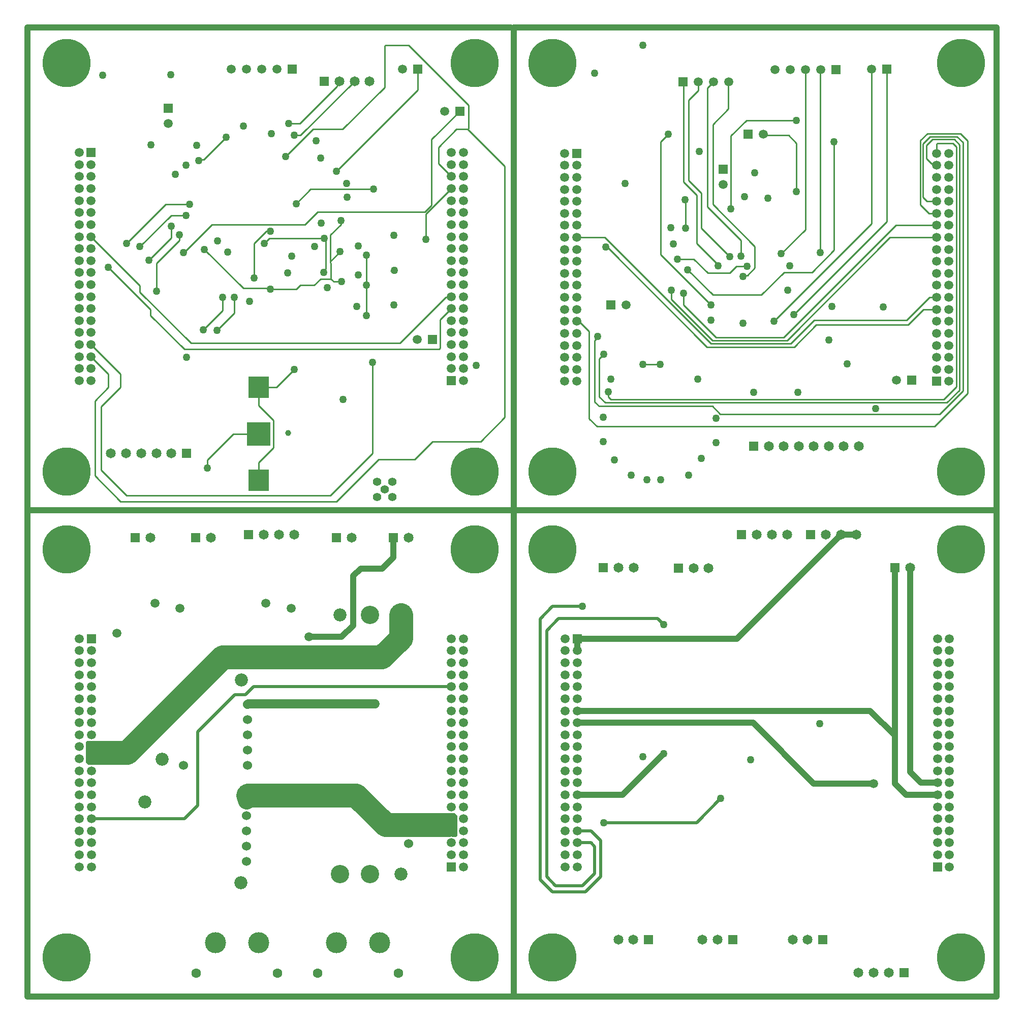
<source format=gbl>
G04*
G04 #@! TF.GenerationSoftware,Altium Limited,Altium Designer,20.0.10 (225)*
G04*
G04 Layer_Physical_Order=4*
G04 Layer_Color=16711680*
%FSLAX25Y25*%
%MOIN*%
G70*
G01*
G75*
%ADD27C,0.01968*%
%ADD28C,0.01000*%
%ADD36C,0.03937*%
%ADD38C,0.05906*%
%ADD43C,0.15748*%
%ADD45C,0.05906*%
%ADD46R,0.05906X0.05906*%
%ADD47R,0.06496X0.06496*%
%ADD48C,0.06496*%
%ADD49C,0.03937*%
%ADD50R,0.05906X0.05906*%
%ADD51C,0.05512*%
%ADD52C,0.05000*%
%ADD53C,0.31496*%
%ADD54C,0.13780*%
%ADD55C,0.06000*%
%ADD56C,0.12000*%
%ADD57C,0.06299*%
%ADD58C,0.08600*%
%ADD59C,0.11811*%
%ADD60R,0.15748X0.15748*%
%ADD61R,0.13780X0.14173*%
G36*
X41559Y167815D02*
X41878Y167773D01*
X42197Y167815D01*
X60027Y167815D01*
X61012Y166831D01*
Y154232D01*
X58945Y152165D01*
X40047D01*
X38386Y153826D01*
Y166929D01*
X39272Y167815D01*
X41559D01*
D02*
G37*
G36*
X282185Y118713D02*
Y117827D01*
X282121Y117674D01*
X281986Y116642D01*
X282121Y115610D01*
X282185Y115456D01*
Y109953D01*
X282121Y109800D01*
X281986Y108768D01*
X282121Y107736D01*
X282185Y107582D01*
Y105610D01*
X281299Y104724D01*
X279179D01*
X279130Y104745D01*
X278098Y104881D01*
X277066Y104745D01*
X277017Y104724D01*
X260543Y104724D01*
X259559Y105709D01*
Y118307D01*
X261626Y120374D01*
X280524D01*
X282185Y118713D01*
D02*
G37*
D27*
X377953Y114173D02*
X438976D01*
X454724Y129921D01*
X346457Y72835D02*
X364173D01*
X369579Y100894D02*
X372047Y98425D01*
X360736Y100894D02*
X369579D01*
X372047Y80709D02*
Y98425D01*
X364173Y72835D02*
X372047Y80709D01*
X375984Y78740D02*
Y102362D01*
X360736Y108768D02*
X369579D01*
X344488Y68659D02*
X365903D01*
X369579Y108768D02*
X375984Y102362D01*
X365903Y68659D02*
X375984Y78740D01*
X336375Y247793D02*
X344488Y255906D01*
X364173D01*
X336375Y76772D02*
Y247793D01*
X413386Y248031D02*
X417323Y244094D01*
X348425Y248031D02*
X413386D01*
X340551Y78740D02*
Y240158D01*
Y78740D02*
X346457Y72835D01*
X340551Y240158D02*
X348425Y248031D01*
X336375Y76772D02*
X344488Y68659D01*
X41878Y116642D02*
X103059D01*
X111811Y125394D01*
Y173622D02*
X136122Y197933D01*
X111811Y125394D02*
Y173622D01*
X136122Y197933D02*
X143012D01*
X148327Y203248D02*
X266831D01*
X143012Y197933D02*
X148327Y203248D01*
X266839Y203256D02*
X278098D01*
X266831Y203248D02*
X266839Y203256D01*
D28*
X41839Y427665D02*
X61024Y408480D01*
X41839Y419791D02*
X53150Y408480D01*
X44265Y341562D02*
X61024Y324803D01*
X44265Y390722D02*
X53150Y399606D01*
X44265Y341562D02*
Y390722D01*
X48303Y345398D02*
Y386885D01*
X53150Y399606D02*
Y408480D01*
X61024Y324803D02*
X202756D01*
X230315Y352362D01*
X253937D01*
X265748Y364173D01*
X297244D01*
X312992Y379921D01*
Y544690D01*
X288784Y568898D02*
X312992Y544690D01*
X61024Y399606D02*
Y408480D01*
X48303Y386885D02*
X61024Y399606D01*
X48303Y345398D02*
X64961Y328740D01*
X198819D01*
X226454Y356376D01*
Y415926D01*
X187321Y568898D02*
X206693D01*
X169310Y550887D02*
X187321Y568898D01*
X206693D02*
X234252Y596457D01*
Y623430D01*
X234838Y624016D01*
X250000D01*
X289370Y584646D01*
Y569483D02*
Y584646D01*
X288784Y568898D02*
X289370Y569483D01*
X281496Y568898D02*
X288784D01*
X269685Y557087D02*
X281496Y568898D01*
X269685Y546276D02*
Y557087D01*
Y546276D02*
X278059Y537902D01*
X118029Y352082D02*
X135120Y369172D01*
X118029Y346655D02*
Y352082D01*
X244324Y428632D02*
X274308Y458615D01*
X73847Y462172D02*
X107387Y428632D01*
X244324D01*
X261253Y496686D02*
Y513222D01*
X278059Y530028D01*
X199151Y470408D02*
Y481097D01*
X205644Y506502D02*
Y509070D01*
X198819Y481428D02*
X199151Y481097D01*
X198819Y481428D02*
Y482283D01*
X265189Y519128D02*
Y562275D01*
X190422Y514723D02*
X260783D01*
X265189Y519128D01*
Y562275D02*
X283622Y580709D01*
X277513Y458615D02*
X278059Y459161D01*
X274308Y458615D02*
X277513D01*
X84646Y462598D02*
Y481066D01*
X99546Y495967D02*
Y499839D01*
X84646Y481066D02*
X99546Y495967D01*
X102751Y488146D02*
X121063Y506458D01*
X182158D01*
X102356Y488146D02*
X102751D01*
X94308Y497842D02*
Y505534D01*
X79595Y483129D02*
X94308Y497842D01*
X94371Y512487D02*
X103897D01*
X73762Y491878D02*
X94371Y512487D01*
X115831Y549128D02*
X130336Y563633D01*
X112970Y549128D02*
X115831D01*
X155512Y494095D02*
X158832Y497415D01*
X194750D02*
X194763Y497402D01*
X158832Y497415D02*
X194750D01*
X182158Y506458D02*
X190422Y514723D01*
X194404Y474983D02*
Y476065D01*
X195768Y477429D01*
Y495314D01*
X194763Y496319D02*
X195768Y495314D01*
X194763Y496319D02*
Y497402D01*
X135120Y369172D02*
X151575D01*
X200883Y469043D02*
X206042D01*
X199151Y470775D02*
X200883Y469043D01*
X192412Y470775D02*
X199151D01*
X188172Y466535D02*
X192412Y470775D01*
X179134Y466535D02*
X188172D01*
X80709Y446850D02*
X102904Y424655D01*
X270199D01*
X270785Y425241D01*
Y444013D01*
X80709Y446850D02*
Y450787D01*
X53150Y478346D02*
X80709Y450787D01*
X270785Y444013D02*
X278059Y451287D01*
X198819Y499677D02*
X205644Y506502D01*
X238797Y476452D02*
X240583D01*
X238453Y476109D02*
X238797Y476452D01*
X198819Y482283D02*
X205021Y488486D01*
Y488662D01*
X124428Y436917D02*
X135827Y448316D01*
Y458661D01*
X115420Y437346D02*
X127953Y449878D01*
Y458661D01*
X178856Y572835D02*
X203192Y597171D01*
X171260Y572835D02*
X178856D01*
X179134Y564961D02*
X214567Y600394D01*
X175197Y564961D02*
X179134D01*
X204685Y598907D02*
Y600394D01*
X203192Y597414D02*
X204685Y598907D01*
X203192Y597171D02*
Y597414D01*
X214567Y600394D02*
X214567D01*
X256063Y594646D02*
Y608268D01*
X202756Y541339D02*
X256063Y594646D01*
X90579Y519713D02*
X106325D01*
X64961Y494095D02*
X90579Y519713D01*
X73847Y462172D02*
Y466523D01*
X161251Y360179D02*
Y378022D01*
X151575Y387698D02*
X161251Y378022D01*
X151575Y387698D02*
Y399684D01*
Y338660D02*
Y350503D01*
X161251Y360179D01*
X148622Y493997D02*
X156594Y501968D01*
X148622Y471457D02*
Y493997D01*
X156594Y501968D02*
X159449D01*
X41839Y498531D02*
X73847Y466523D01*
X159329Y463923D02*
X176521D01*
X179134Y466535D01*
X176226Y519943D02*
X185839Y529555D01*
X141611Y464688D02*
X158564D01*
X116142Y490158D02*
X141611Y464688D01*
X222441Y466535D02*
Y486221D01*
Y446850D02*
Y466535D01*
X185839Y529555D02*
X226996D01*
X112205Y548362D02*
X112970Y549128D01*
X158564Y464688D02*
X159329Y463923D01*
X198819Y482283D02*
Y499677D01*
X151575Y399684D02*
X163463D01*
X175197Y411417D01*
X381102Y393307D02*
X382677Y391732D01*
X381102Y393307D02*
Y396850D01*
X375197Y418504D02*
X377953Y421260D01*
X375197Y393307D02*
Y418504D01*
X378953Y389551D02*
X382283D01*
X375197Y393307D02*
X378953Y389551D01*
X374016Y432454D02*
Y433071D01*
X372047Y430485D02*
X374016Y432454D01*
X372047Y390158D02*
Y430485D01*
Y390158D02*
X374957Y387248D01*
X381102D01*
X360236Y442913D02*
X361564D01*
X362925Y441552D01*
X363172D01*
X368504Y436221D01*
Y379134D02*
Y436221D01*
Y379134D02*
X373622Y374016D01*
X607874Y562205D02*
X611417Y558661D01*
X593701Y562205D02*
X607874D01*
X589764Y558268D02*
X593701Y562205D01*
X589764Y549606D02*
Y558268D01*
X595518Y546214D02*
X596457Y545276D01*
X593156Y546214D02*
X595518D01*
X589764Y549606D02*
X593156Y546214D01*
X603103Y389551D02*
X611236Y397685D01*
Y398425D01*
X611417Y558661D02*
X611417Y398606D01*
X382283Y389551D02*
X603103Y389551D01*
X611236Y398425D02*
X611417Y398606D01*
X597043Y559842D02*
X607087D01*
X596457Y553150D02*
Y559257D01*
X597043Y559842D01*
X609449Y400000D02*
Y557480D01*
X607087Y559842D02*
X609449Y557480D01*
X382677Y391732D02*
X601181Y391732D01*
X609449Y400000D01*
X598512Y381976D02*
X613779Y397244D01*
X454482Y381976D02*
X598512D01*
X590236Y566064D02*
X611889D01*
X616535Y561417D01*
Y395669D02*
Y561417D01*
X613779Y397244D02*
Y560236D01*
X609842Y564173D02*
X613779Y560236D01*
X592126Y564173D02*
X609842D01*
X585827Y519291D02*
Y561655D01*
X591339Y513779D02*
X596457D01*
X585827Y519291D02*
X591339Y513779D01*
X587402Y524409D02*
Y559449D01*
X590158Y521654D02*
X596457D01*
X587402Y524409D02*
X590158Y521654D01*
X585827Y561655D02*
X590236Y566064D01*
X587402Y559449D02*
X592126Y564173D01*
X373622Y374016D02*
X594882Y374016D01*
X381102Y387248D02*
X449211Y387248D01*
X594882Y374016D02*
X616535Y395669D01*
X449211Y387248D02*
X454482Y381976D01*
X403543Y414567D02*
X414961D01*
X360236Y498032D02*
X378740D01*
X448425Y428346D01*
X500787D01*
X449425Y430496D02*
X498213D01*
X422441Y457480D02*
Y463386D01*
Y457480D02*
X449425Y430496D01*
X445866Y426181D02*
X502953D01*
X379409Y491613D02*
X380434D01*
X445866Y426181D01*
X500787Y428346D02*
X516142Y443701D01*
X502953Y426181D02*
X517323Y440551D01*
X516142Y443701D02*
X576772D01*
X591732Y458661D01*
X596457D01*
X577559Y440551D02*
X587795Y450787D01*
X596457D01*
X517323Y440551D02*
X577559D01*
X595941Y458146D02*
X596457Y458661D01*
X565748Y498032D02*
X596457D01*
X569685Y505905D02*
X596457D01*
X482677Y565748D02*
X483465Y564961D01*
X499213D01*
X504331Y548032D02*
Y559842D01*
X499213Y564961D02*
X504331Y559842D01*
X461417Y516535D02*
Y564567D01*
X471654Y574803D02*
X504331D01*
X461417Y564567D02*
X471654Y574803D01*
X504331Y527953D02*
Y548032D01*
X449606Y460236D02*
X481496D01*
X433071Y476772D02*
X449606Y460236D01*
X437177Y483858D02*
X446232Y474803D01*
X426378Y483858D02*
X437177D01*
X451575Y432283D02*
X496063D01*
X430315Y453543D02*
Y461417D01*
Y453543D02*
X451575Y432283D01*
X498213Y430496D02*
X565748Y498032D01*
X529134Y489764D02*
Y560630D01*
X489764Y442913D02*
X553780Y506929D01*
X502756Y447244D02*
X563779Y508268D01*
X489764Y442913D02*
X490529Y443679D01*
X553780Y506929D02*
Y608268D01*
X514567Y475197D02*
X529134Y489764D01*
X563779Y508268D02*
Y608268D01*
X496063Y432283D02*
X569685Y505905D01*
X496457Y475197D02*
X514567D01*
X520079Y488189D02*
Y607717D01*
X415354Y486811D02*
X448425Y453740D01*
X494488Y487402D02*
X510236Y503150D01*
Y607874D01*
X520079Y607717D02*
X520236Y607874D01*
X446232Y474803D02*
X460630D01*
X464961Y479134D01*
X472047D01*
X438976Y494095D02*
X453150Y479921D01*
Y479331D02*
Y479921D01*
X477165Y477953D02*
Y492126D01*
X469291Y472441D02*
X469939Y473088D01*
X472301D01*
X477165Y477953D01*
X449606Y519685D02*
X477165Y492126D01*
X442126Y503937D02*
X460630Y485433D01*
X442126Y503937D02*
Y527165D01*
X446063Y518110D02*
X468110Y496063D01*
Y485827D02*
Y496063D01*
X438976Y494095D02*
Y525591D01*
X446063Y596063D02*
X450000Y600000D01*
X446063Y518110D02*
Y596063D01*
X449606Y519685D02*
Y572047D01*
X459842Y599843D02*
X460000Y600000D01*
X459842Y582283D02*
Y599843D01*
X449606Y572047D02*
X459842Y582283D01*
X440000Y594331D02*
Y600000D01*
X433858Y588189D02*
X440000Y594331D01*
X433858Y535433D02*
X442126Y527165D01*
X433858Y535433D02*
Y588189D01*
X430214Y534353D02*
X438976Y525591D01*
X431693Y503937D02*
Y522638D01*
X431496Y522835D02*
X431693Y522638D01*
X430214Y534353D02*
Y599786D01*
X430000Y600000D02*
X430214Y599786D01*
X415354Y560630D02*
X420472Y565748D01*
X415354Y486811D02*
Y560630D01*
X481496Y460236D02*
X496457Y475197D01*
D36*
X360736Y187508D02*
X552650D01*
X360736Y179634D02*
X475878D01*
X515748Y139764D01*
X555118D01*
X360736Y132390D02*
X390264D01*
X417323Y159449D01*
X568898Y171260D02*
Y281496D01*
Y139764D02*
Y171260D01*
X552650Y187508D02*
X568898Y171260D01*
X576272Y132390D02*
X596957D01*
X568898Y139764D02*
X576272Y132390D01*
X578898Y147480D02*
X586114Y140264D01*
X596957D01*
X578898Y147480D02*
Y281496D01*
X360736Y226878D02*
Y234752D01*
X465382D02*
X533779Y303150D01*
X360736Y234752D02*
X465382D01*
X533779Y303150D02*
X543780D01*
X213681Y275886D02*
X218602Y280807D01*
X213681Y243504D02*
Y275886D01*
X218602Y280807D02*
X232776D01*
X240158Y288189D01*
X184646Y236024D02*
X206201D01*
X213681Y243504D01*
X240158Y288189D02*
Y301181D01*
X0Y316929D02*
Y635827D01*
X316929D01*
X0Y0D02*
Y318898D01*
Y0D02*
X635827D01*
Y318898D01*
X318898Y635827D02*
X318898Y0D01*
X318898Y635827D02*
X635827D01*
Y316929D02*
Y635827D01*
X0Y318898D02*
X635827D01*
D38*
X144362Y191575D02*
X144388D01*
X144939Y192126D01*
X227953D01*
D43*
X232480Y222638D02*
X245000Y235157D01*
X65453Y159941D02*
X128150Y222638D01*
X232480D01*
X215453Y132087D02*
X234941Y112598D01*
X144685Y132087D02*
X215453Y132087D01*
X234941Y112598D02*
X266929D01*
X54921Y159941D02*
X65453D01*
X245000Y235157D02*
Y250394D01*
D45*
X273622Y580709D02*
D03*
X133701Y608268D02*
D03*
X153701D02*
D03*
X163701D02*
D03*
X143701D02*
D03*
X255748Y431102D02*
D03*
X92520Y572835D02*
D03*
X246063Y608268D02*
D03*
X33965Y553650D02*
D03*
Y545776D02*
D03*
Y537902D02*
D03*
Y530028D02*
D03*
Y522154D02*
D03*
Y514280D02*
D03*
Y506405D02*
D03*
Y498531D02*
D03*
Y490658D02*
D03*
Y482784D02*
D03*
Y474909D02*
D03*
Y467035D02*
D03*
Y459161D02*
D03*
Y451287D02*
D03*
Y443413D02*
D03*
Y435539D02*
D03*
Y427665D02*
D03*
Y419791D02*
D03*
Y411917D02*
D03*
Y404043D02*
D03*
X41839Y545776D02*
D03*
Y537902D02*
D03*
Y530028D02*
D03*
Y522154D02*
D03*
Y514280D02*
D03*
Y506405D02*
D03*
Y498531D02*
D03*
Y490658D02*
D03*
Y482784D02*
D03*
Y474909D02*
D03*
Y467035D02*
D03*
Y459161D02*
D03*
Y451287D02*
D03*
Y443413D02*
D03*
Y435539D02*
D03*
Y427665D02*
D03*
Y419791D02*
D03*
Y411917D02*
D03*
Y404043D02*
D03*
X285933D02*
D03*
Y411917D02*
D03*
Y419791D02*
D03*
Y427665D02*
D03*
Y435539D02*
D03*
Y443413D02*
D03*
Y451287D02*
D03*
Y459161D02*
D03*
Y467035D02*
D03*
Y474909D02*
D03*
Y482784D02*
D03*
Y490658D02*
D03*
Y498531D02*
D03*
Y506405D02*
D03*
Y514280D02*
D03*
Y522154D02*
D03*
Y530028D02*
D03*
Y537902D02*
D03*
Y545776D02*
D03*
Y553650D02*
D03*
X278059Y411917D02*
D03*
Y419791D02*
D03*
Y427665D02*
D03*
Y435539D02*
D03*
Y443413D02*
D03*
Y451287D02*
D03*
Y459161D02*
D03*
Y467035D02*
D03*
Y474909D02*
D03*
Y482784D02*
D03*
Y490658D02*
D03*
Y498531D02*
D03*
Y506405D02*
D03*
Y514280D02*
D03*
Y522154D02*
D03*
Y530028D02*
D03*
Y537902D02*
D03*
Y545776D02*
D03*
Y553650D02*
D03*
X360236Y403543D02*
D03*
Y411417D02*
D03*
Y419291D02*
D03*
Y427165D02*
D03*
Y435039D02*
D03*
Y442913D02*
D03*
Y450787D02*
D03*
Y458661D02*
D03*
Y466535D02*
D03*
Y474409D02*
D03*
Y482283D02*
D03*
Y490158D02*
D03*
Y498032D02*
D03*
Y505905D02*
D03*
Y513779D02*
D03*
Y521654D02*
D03*
Y529528D02*
D03*
Y537402D02*
D03*
Y545276D02*
D03*
X352362Y403543D02*
D03*
Y411417D02*
D03*
Y419291D02*
D03*
Y427165D02*
D03*
Y435039D02*
D03*
Y442913D02*
D03*
Y450787D02*
D03*
Y458661D02*
D03*
Y466535D02*
D03*
Y474409D02*
D03*
Y482283D02*
D03*
Y490158D02*
D03*
Y498032D02*
D03*
Y505905D02*
D03*
Y513779D02*
D03*
Y521654D02*
D03*
Y529528D02*
D03*
Y537402D02*
D03*
Y545276D02*
D03*
Y553150D02*
D03*
X596457D02*
D03*
Y545276D02*
D03*
Y537402D02*
D03*
Y529528D02*
D03*
Y521654D02*
D03*
Y513779D02*
D03*
Y505905D02*
D03*
Y498032D02*
D03*
Y490158D02*
D03*
Y482283D02*
D03*
Y474409D02*
D03*
Y466535D02*
D03*
Y458661D02*
D03*
Y450787D02*
D03*
Y442913D02*
D03*
Y435039D02*
D03*
Y427165D02*
D03*
Y419291D02*
D03*
Y411417D02*
D03*
X604331Y553150D02*
D03*
Y545276D02*
D03*
Y537402D02*
D03*
Y529528D02*
D03*
Y521654D02*
D03*
Y513779D02*
D03*
Y505905D02*
D03*
Y498032D02*
D03*
Y490158D02*
D03*
Y482283D02*
D03*
Y474409D02*
D03*
Y466535D02*
D03*
Y458661D02*
D03*
Y450787D02*
D03*
Y442913D02*
D03*
Y435039D02*
D03*
Y427165D02*
D03*
Y419291D02*
D03*
Y411417D02*
D03*
Y403543D02*
D03*
X392677Y453543D02*
D03*
X460000Y600000D02*
D03*
X450000D02*
D03*
X440000D02*
D03*
X520236Y607874D02*
D03*
X510236D02*
D03*
X500236D02*
D03*
X490236D02*
D03*
X553780Y608268D02*
D03*
X482677Y565748D02*
D03*
X456299Y532677D02*
D03*
X569921Y404331D02*
D03*
X352862Y234752D02*
D03*
Y226878D02*
D03*
Y219004D02*
D03*
Y211130D02*
D03*
Y203256D02*
D03*
Y195382D02*
D03*
Y187508D02*
D03*
Y179634D02*
D03*
Y171760D02*
D03*
Y163886D02*
D03*
Y156012D02*
D03*
Y148138D02*
D03*
Y140264D02*
D03*
Y132390D02*
D03*
Y124516D02*
D03*
Y116642D02*
D03*
Y108768D02*
D03*
Y100894D02*
D03*
Y93020D02*
D03*
Y85146D02*
D03*
X360736Y226878D02*
D03*
Y219004D02*
D03*
Y211130D02*
D03*
Y203256D02*
D03*
Y195382D02*
D03*
Y187508D02*
D03*
Y179634D02*
D03*
Y171760D02*
D03*
Y163886D02*
D03*
Y156012D02*
D03*
Y148138D02*
D03*
Y140264D02*
D03*
Y132390D02*
D03*
Y124516D02*
D03*
Y116642D02*
D03*
Y108768D02*
D03*
Y100894D02*
D03*
Y93020D02*
D03*
Y85146D02*
D03*
X604831D02*
D03*
Y93020D02*
D03*
Y100894D02*
D03*
Y108768D02*
D03*
Y116642D02*
D03*
Y124516D02*
D03*
Y132390D02*
D03*
Y140264D02*
D03*
Y148138D02*
D03*
Y156012D02*
D03*
Y163886D02*
D03*
Y171760D02*
D03*
Y179634D02*
D03*
Y187508D02*
D03*
Y195382D02*
D03*
Y203256D02*
D03*
Y211130D02*
D03*
Y219004D02*
D03*
Y226878D02*
D03*
Y234752D02*
D03*
X596957Y93020D02*
D03*
Y100894D02*
D03*
Y108768D02*
D03*
Y116642D02*
D03*
Y124516D02*
D03*
Y132390D02*
D03*
Y140264D02*
D03*
Y148138D02*
D03*
Y156012D02*
D03*
Y163886D02*
D03*
Y171760D02*
D03*
Y179634D02*
D03*
Y187508D02*
D03*
Y195382D02*
D03*
Y203256D02*
D03*
Y211130D02*
D03*
Y219004D02*
D03*
Y226878D02*
D03*
Y234752D02*
D03*
X555118Y139764D02*
D03*
X278098Y234752D02*
D03*
Y226878D02*
D03*
Y219004D02*
D03*
Y211130D02*
D03*
Y203256D02*
D03*
Y195382D02*
D03*
Y187508D02*
D03*
Y179634D02*
D03*
Y171760D02*
D03*
Y163886D02*
D03*
Y156012D02*
D03*
Y148138D02*
D03*
Y140264D02*
D03*
Y132390D02*
D03*
Y124516D02*
D03*
Y116642D02*
D03*
Y108768D02*
D03*
Y100894D02*
D03*
Y93020D02*
D03*
X285972Y234752D02*
D03*
Y226878D02*
D03*
Y219004D02*
D03*
Y211130D02*
D03*
Y203256D02*
D03*
Y195382D02*
D03*
Y187508D02*
D03*
Y179634D02*
D03*
Y171760D02*
D03*
Y163886D02*
D03*
Y156012D02*
D03*
Y148138D02*
D03*
Y140264D02*
D03*
Y132390D02*
D03*
Y124516D02*
D03*
Y116642D02*
D03*
Y108768D02*
D03*
Y100894D02*
D03*
Y93020D02*
D03*
Y85146D02*
D03*
X41878D02*
D03*
Y93020D02*
D03*
Y100894D02*
D03*
Y108768D02*
D03*
Y116642D02*
D03*
Y124516D02*
D03*
Y132390D02*
D03*
Y140264D02*
D03*
Y148138D02*
D03*
Y156012D02*
D03*
Y163886D02*
D03*
Y171760D02*
D03*
Y179634D02*
D03*
Y187508D02*
D03*
Y195382D02*
D03*
Y203256D02*
D03*
Y211130D02*
D03*
Y219004D02*
D03*
Y226878D02*
D03*
X34004Y85146D02*
D03*
Y93020D02*
D03*
Y100894D02*
D03*
Y108768D02*
D03*
Y116642D02*
D03*
Y124516D02*
D03*
Y132390D02*
D03*
Y140264D02*
D03*
Y148138D02*
D03*
Y156012D02*
D03*
Y163886D02*
D03*
Y171760D02*
D03*
Y179634D02*
D03*
Y187508D02*
D03*
Y195382D02*
D03*
Y203256D02*
D03*
Y211130D02*
D03*
Y219004D02*
D03*
Y226878D02*
D03*
Y234752D02*
D03*
X173130Y254626D02*
D03*
X156299Y257874D02*
D03*
X58661Y238386D02*
D03*
X184646Y236024D02*
D03*
X83563Y258169D02*
D03*
X100098Y254626D02*
D03*
D46*
X283622Y580709D02*
D03*
X173701Y608268D02*
D03*
X265748Y431102D02*
D03*
X256063Y608268D02*
D03*
X382677Y453543D02*
D03*
X430000Y600000D02*
D03*
X530236Y607874D02*
D03*
X563779Y608268D02*
D03*
X472677Y565748D02*
D03*
X579921Y404331D02*
D03*
D47*
X194685Y600394D02*
D03*
X104528Y356299D02*
D03*
X476378Y361024D02*
D03*
X568898Y281496D02*
D03*
X407480Y37402D02*
D03*
X462598D02*
D03*
X521850D02*
D03*
X513779Y303150D02*
D03*
X377795Y281496D02*
D03*
X574961Y15748D02*
D03*
X426969Y280906D02*
D03*
X468347Y303150D02*
D03*
X145197Y303150D02*
D03*
X70866Y301181D02*
D03*
X110236D02*
D03*
X202598D02*
D03*
X240158D02*
D03*
D48*
X224410Y600394D02*
D03*
X204685D02*
D03*
X214567D02*
D03*
X74803Y356299D02*
D03*
X94528D02*
D03*
X84646D02*
D03*
X64803D02*
D03*
X54803D02*
D03*
X545276Y361024D02*
D03*
X535433D02*
D03*
X525591D02*
D03*
X515748D02*
D03*
X505905D02*
D03*
X496063D02*
D03*
X486221D02*
D03*
X578898Y281496D02*
D03*
X397480Y37402D02*
D03*
X387598D02*
D03*
X452598D02*
D03*
X442717D02*
D03*
X511850D02*
D03*
X501968D02*
D03*
X543780Y303150D02*
D03*
X533779D02*
D03*
X523779D02*
D03*
X387795Y281496D02*
D03*
X397677D02*
D03*
X544961Y15748D02*
D03*
X554961D02*
D03*
X564961D02*
D03*
X436969Y280906D02*
D03*
X446851D02*
D03*
X498347Y303150D02*
D03*
X488346D02*
D03*
X478346D02*
D03*
X155197Y303150D02*
D03*
X165197D02*
D03*
X175197D02*
D03*
X80866Y301181D02*
D03*
X120236D02*
D03*
X212598D02*
D03*
X250157D02*
D03*
D49*
X171063Y369664D02*
D03*
D50*
X92520Y582835D02*
D03*
X41839Y553650D02*
D03*
X278059Y404043D02*
D03*
X360236Y553150D02*
D03*
X596457Y403543D02*
D03*
X456299Y542677D02*
D03*
X360736Y234752D02*
D03*
X596957Y85146D02*
D03*
X278098D02*
D03*
X41878Y234752D02*
D03*
D51*
X234252Y332677D02*
D03*
X239252Y327677D02*
D03*
Y337677D02*
D03*
X229252D02*
D03*
Y327677D02*
D03*
D52*
X226454Y415926D02*
D03*
X189489Y561306D02*
D03*
X169310Y550887D02*
D03*
X118029Y346655D02*
D03*
X261253Y496686D02*
D03*
X205644Y509070D02*
D03*
X99546Y499839D02*
D03*
X102356Y488146D02*
D03*
X94308Y505534D02*
D03*
X103897Y512487D02*
D03*
X130336Y563633D02*
D03*
X188447Y492009D02*
D03*
X173507Y485818D02*
D03*
X206042Y469043D02*
D03*
X194404Y474983D02*
D03*
X194763Y497402D02*
D03*
X192723Y507527D02*
D03*
X53150Y478346D02*
D03*
X240357Y453793D02*
D03*
X240583Y476452D02*
D03*
X196723Y464954D02*
D03*
X205021Y488662D02*
D03*
X111132Y558427D02*
D03*
X240354Y499409D02*
D03*
X124428Y436917D02*
D03*
X115420Y437346D02*
D03*
X171260Y572835D02*
D03*
X175197Y564961D02*
D03*
X160005Y565941D02*
D03*
X49213Y604331D02*
D03*
X84646Y462598D02*
D03*
X79595Y483129D02*
D03*
X106325Y519713D02*
D03*
X73762Y491878D02*
D03*
X64961Y494095D02*
D03*
X155512D02*
D03*
X148622Y471457D02*
D03*
X159449Y501968D02*
D03*
X145600Y455909D02*
D03*
X135827Y458661D02*
D03*
X127953D02*
D03*
X192438Y550085D02*
D03*
X176226Y519943D02*
D03*
X141677Y570987D02*
D03*
X96991Y539274D02*
D03*
X131461Y488450D02*
D03*
X124644Y495727D02*
D03*
X116142Y490158D02*
D03*
X104331Y419291D02*
D03*
X207160Y391765D02*
D03*
X226996Y529555D02*
D03*
X202756Y541339D02*
D03*
X209643Y524344D02*
D03*
X209246Y533353D02*
D03*
X170856Y474588D02*
D03*
X215905Y452777D02*
D03*
X217034Y473504D02*
D03*
X216901Y492238D02*
D03*
X222441Y446850D02*
D03*
Y466535D02*
D03*
Y486221D02*
D03*
X112205Y548362D02*
D03*
X104163Y545525D02*
D03*
X93927Y604807D02*
D03*
X81175Y558577D02*
D03*
X159329Y463923D02*
D03*
X175197Y411417D02*
D03*
X294506Y414179D02*
D03*
X381102Y396850D02*
D03*
X377953Y421260D02*
D03*
X374016Y433071D02*
D03*
X451575Y379528D02*
D03*
X377559Y380071D02*
D03*
X414961Y414567D02*
D03*
X556299Y385764D02*
D03*
X505512Y396457D02*
D03*
X504331Y527953D02*
D03*
X500000Y479500D02*
D03*
X379409Y491613D02*
D03*
X477055Y540476D02*
D03*
X433071Y476772D02*
D03*
X426378Y483858D02*
D03*
X469291Y441732D02*
D03*
X422441Y463386D02*
D03*
X448425Y443701D02*
D03*
X430315Y461417D02*
D03*
X525591Y430709D02*
D03*
X527866Y452817D02*
D03*
X520079Y488189D02*
D03*
X448425Y453740D02*
D03*
X502756Y447244D02*
D03*
X494488Y487402D02*
D03*
X529134Y560630D02*
D03*
X453150Y479331D02*
D03*
X472047Y479134D02*
D03*
X460630Y485433D02*
D03*
X468110Y485827D02*
D03*
X469291Y472441D02*
D03*
X461417Y516535D02*
D03*
X470472Y524803D02*
D03*
X431496Y522835D02*
D03*
X420472Y565748D02*
D03*
X403543Y624016D02*
D03*
X504331Y574803D02*
D03*
X561417Y452362D02*
D03*
X396063Y342126D02*
D03*
X423622Y493701D02*
D03*
X422047Y504331D02*
D03*
X391929Y533268D02*
D03*
X537598Y414961D02*
D03*
X442126Y353150D02*
D03*
X476378Y396457D02*
D03*
X439764Y405118D02*
D03*
X415354Y338976D02*
D03*
X406299D02*
D03*
X382677Y405118D02*
D03*
X385039Y351969D02*
D03*
X377559Y364173D02*
D03*
X451575Y363386D02*
D03*
X433858Y342126D02*
D03*
X403543Y414567D02*
D03*
X485827Y523622D02*
D03*
X431693Y503937D02*
D03*
X498841Y463364D02*
D03*
X489764Y442913D02*
D03*
X440551Y554331D02*
D03*
X372105Y605781D02*
D03*
X519685Y179134D02*
D03*
X403543Y157480D02*
D03*
X454724Y129921D02*
D03*
X377953Y114173D02*
D03*
X474409Y155512D02*
D03*
X364173Y255906D02*
D03*
X417323Y244094D02*
D03*
Y159449D02*
D03*
X227953Y192126D02*
D03*
D53*
X293307Y344488D02*
D03*
Y612205D02*
D03*
X25591Y344488D02*
D03*
Y612205D02*
D03*
X344488D02*
D03*
Y344488D02*
D03*
X612205D02*
D03*
Y612205D02*
D03*
X344488Y293307D02*
D03*
X612205D02*
D03*
Y25591D02*
D03*
X344488D02*
D03*
X293307Y293307D02*
D03*
Y25591D02*
D03*
X25591D02*
D03*
Y293307D02*
D03*
D54*
X123228Y35433D02*
D03*
X151575D02*
D03*
X231102D02*
D03*
X202756D02*
D03*
D55*
X250000Y100394D02*
D03*
X143701Y88583D02*
D03*
Y98583D02*
D03*
Y108583D02*
D03*
Y118583D02*
D03*
Y128583D02*
D03*
X102362Y151575D02*
D03*
X144362Y191575D02*
D03*
Y181575D02*
D03*
Y171575D02*
D03*
Y161575D02*
D03*
Y151575D02*
D03*
D56*
X224700Y80394D02*
D03*
X205000D02*
D03*
X245000Y250394D02*
D03*
X224700D02*
D03*
D57*
X110827Y15433D02*
D03*
X163976D02*
D03*
X243504D02*
D03*
X190354D02*
D03*
D58*
X205000Y250394D02*
D03*
X245000Y80394D02*
D03*
X77201Y127583D02*
D03*
X140201Y74583D02*
D03*
X88362Y155575D02*
D03*
X140362Y207575D02*
D03*
D59*
X143701Y128583D02*
Y131102D01*
X144685Y132087D01*
D60*
X151575Y369172D02*
D03*
D61*
Y338660D02*
D03*
Y399684D02*
D03*
M02*

</source>
